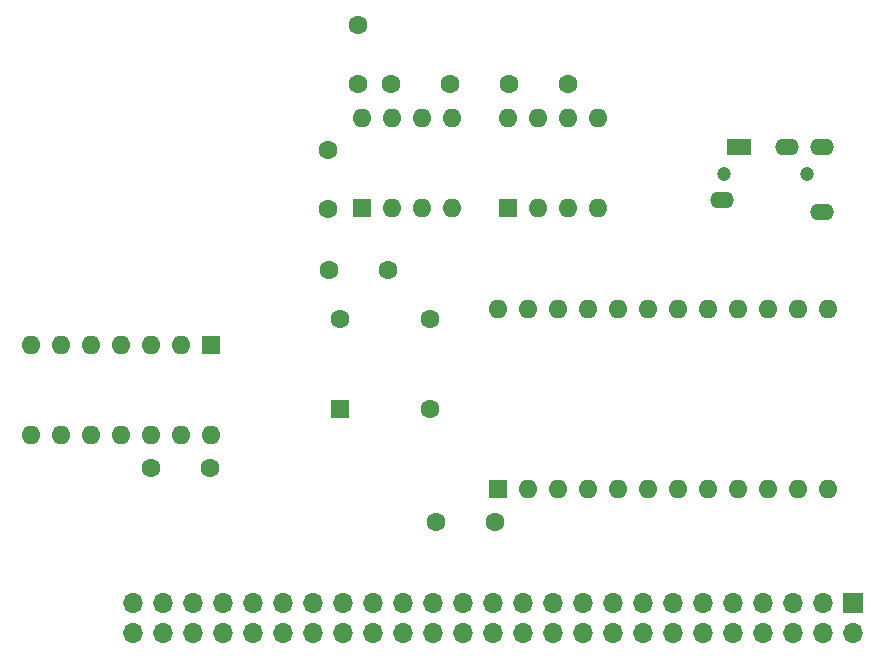
<source format=gbr>
%TF.GenerationSoftware,KiCad,Pcbnew,(5.1.10-1-10_14)*%
%TF.CreationDate,2021-10-31T18:53:11+01:00*%
%TF.ProjectId,opl2_board,6f706c32-5f62-46f6-9172-642e6b696361,rev?*%
%TF.SameCoordinates,Original*%
%TF.FileFunction,Soldermask,Top*%
%TF.FilePolarity,Negative*%
%FSLAX46Y46*%
G04 Gerber Fmt 4.6, Leading zero omitted, Abs format (unit mm)*
G04 Created by KiCad (PCBNEW (5.1.10-1-10_14)) date 2021-10-31 18:53:11*
%MOMM*%
%LPD*%
G01*
G04 APERTURE LIST*
%ADD10C,1.200000*%
%ADD11O,2.000000X1.400000*%
%ADD12R,2.000000X1.400000*%
%ADD13C,1.600000*%
%ADD14R,1.600000X1.600000*%
%ADD15O,1.600000X1.600000*%
%ADD16O,1.700000X1.700000*%
%ADD17R,1.700000X1.700000*%
G04 APERTURE END LIST*
D10*
%TO.C,J2*%
X67280000Y42912000D03*
X74280000Y42912000D03*
D11*
X75580000Y45212000D03*
X72580000Y45212000D03*
D12*
X68580000Y45212000D03*
D11*
X67080000Y40712000D03*
X75580000Y39712000D03*
%TD*%
D13*
%TO.C,C7*%
X47926000Y13462000D03*
X42926000Y13462000D03*
%TD*%
%TO.C,C6*%
X49102000Y50546000D03*
X54102000Y50546000D03*
%TD*%
%TO.C,C5*%
X36322000Y55546000D03*
X36322000Y50546000D03*
%TD*%
%TO.C,C4*%
X44116000Y50546000D03*
X39116000Y50546000D03*
%TD*%
%TO.C,C3*%
X23796000Y18034000D03*
X18796000Y18034000D03*
%TD*%
%TO.C,C2*%
X33862000Y34798000D03*
X38862000Y34798000D03*
%TD*%
%TO.C,C1*%
X33782000Y39958000D03*
X33782000Y44958000D03*
%TD*%
%TO.C,X1*%
X42418000Y23050500D03*
X42418000Y30670500D03*
X34798000Y30670500D03*
D14*
X34798000Y23050500D03*
%TD*%
D15*
%TO.C,U4*%
X48958500Y47688500D03*
X56578500Y40068500D03*
X51498500Y47688500D03*
X54038500Y40068500D03*
X54038500Y47688500D03*
X51498500Y40068500D03*
X56578500Y47688500D03*
D14*
X48958500Y40068500D03*
%TD*%
D15*
%TO.C,U3*%
X36639500Y47688500D03*
X44259500Y40068500D03*
X39179500Y47688500D03*
X41719500Y40068500D03*
X41719500Y47688500D03*
X39179500Y40068500D03*
X44259500Y47688500D03*
D14*
X36639500Y40068500D03*
%TD*%
D15*
%TO.C,U2*%
X48133000Y31559500D03*
X76073000Y16319500D03*
X50673000Y31559500D03*
X73533000Y16319500D03*
X53213000Y31559500D03*
X70993000Y16319500D03*
X55753000Y31559500D03*
X68453000Y16319500D03*
X58293000Y31559500D03*
X65913000Y16319500D03*
X60833000Y31559500D03*
X63373000Y16319500D03*
X63373000Y31559500D03*
X60833000Y16319500D03*
X65913000Y31559500D03*
X58293000Y16319500D03*
X68453000Y31559500D03*
X55753000Y16319500D03*
X70993000Y31559500D03*
X53213000Y16319500D03*
X73533000Y31559500D03*
X50673000Y16319500D03*
X76073000Y31559500D03*
D14*
X48133000Y16319500D03*
%TD*%
D15*
%TO.C,U1*%
X23812500Y20828000D03*
X8572500Y28448000D03*
X21272500Y20828000D03*
X11112500Y28448000D03*
X18732500Y20828000D03*
X13652500Y28448000D03*
X16192500Y20828000D03*
X16192500Y28448000D03*
X13652500Y20828000D03*
X18732500Y28448000D03*
X11112500Y20828000D03*
X21272500Y28448000D03*
X8572500Y20828000D03*
D14*
X23812500Y28448000D03*
%TD*%
D16*
%TO.C,J1*%
X17272000Y4064000D03*
X17272000Y6604000D03*
X19812000Y4064000D03*
X19812000Y6604000D03*
X22352000Y4064000D03*
X22352000Y6604000D03*
X24892000Y4064000D03*
X24892000Y6604000D03*
X27432000Y4064000D03*
X27432000Y6604000D03*
X29972000Y4064000D03*
X29972000Y6604000D03*
X32512000Y4064000D03*
X32512000Y6604000D03*
X35052000Y4064000D03*
X35052000Y6604000D03*
X37592000Y4064000D03*
X37592000Y6604000D03*
X40132000Y4064000D03*
X40132000Y6604000D03*
X42672000Y4064000D03*
X42672000Y6604000D03*
X45212000Y4064000D03*
X45212000Y6604000D03*
X47752000Y4064000D03*
X47752000Y6604000D03*
X50292000Y4064000D03*
X50292000Y6604000D03*
X52832000Y4064000D03*
X52832000Y6604000D03*
X55372000Y4064000D03*
X55372000Y6604000D03*
X57912000Y4064000D03*
X57912000Y6604000D03*
X60452000Y4064000D03*
X60452000Y6604000D03*
X62992000Y4064000D03*
X62992000Y6604000D03*
X65532000Y4064000D03*
X65532000Y6604000D03*
X68072000Y4064000D03*
X68072000Y6604000D03*
X70612000Y4064000D03*
X70612000Y6604000D03*
X73152000Y4064000D03*
X73152000Y6604000D03*
X75692000Y4064000D03*
X75692000Y6604000D03*
X78232000Y4064000D03*
D17*
X78232000Y6604000D03*
%TD*%
M02*

</source>
